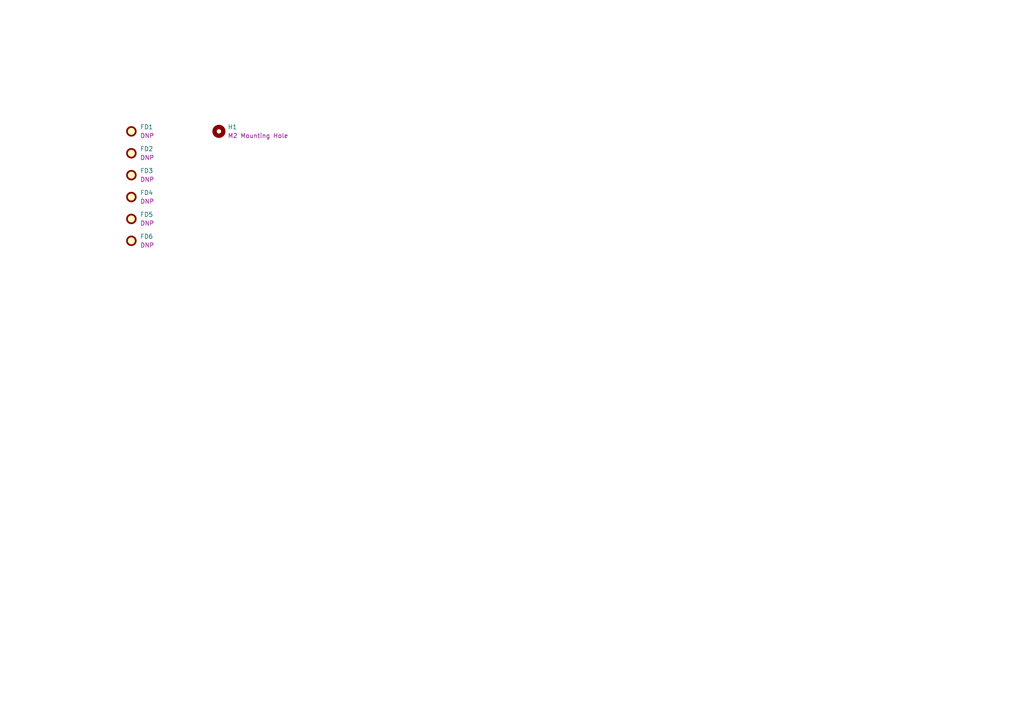
<source format=kicad_sch>
(kicad_sch (version 20211123) (generator eeschema)
  (paper "A4")
  (title_block (title "Gear Display Board") (date "2022-08-07") (rev "1.0") (company "Kallio Designs Oy") (comment 1 "Teemu Latonen") (comment 2 "ASSEMBLY_PN") (comment 3 "PCB_PN"))
  (lib_symbols
    (symbol "KD_Mechanical:Fiducial_0.5mm" (pin_numbers hide) (pin_names hide)
      (property "Reference" "FD" (at 2.54 1.27 0))
      (property "Code" "DNP" (at 2.54 -1.27 0))
      (symbol "Fiducial_0.5mm_0_1"
        (circle (center 0 0) (radius 1.27) (stroke (width 0.508)) (fill (type background)))
      )
    )
    (symbol "KD_Mechanical_Mounting_Hole:M2_NPTH_2.2_Minimal"
      (property "Reference" "H?" (at 2.54 1.27 0))
      (property "Code" "M2 Mounting Hole" (at 2.54 -1.27 0))
      (symbol "M2_NPTH_2.2_Minimal_0_1"
        (circle (center 0 0) (radius 1.27) (stroke (width 1.27)))
      )
    )
  )
  (symbol (lib_id "KD_Mechanical:Fiducial_0.5mm") (at 38.1 44.45 0) (unit 1)
    (property "Reference" "FD2" (at 40.64 43.1799 0) (effects (justify left)))
    (property "Value" "Fiducial_0.5mm" (effects hide))
    (property "Footprint" "KD_Mechanical:Fiducial_0.5mm_Mask1mm" (effects hide))
    (property "Code" "DNP" (at 40.64 45.7199 0) (effects (justify left)))
    (property "Manufacturer" "DNP" (effects hide))
    (property "MFG_PartNo" "DNP" (effects hide))
    (property "Supplier" "DNP" (effects hide))
    (property "Supplier_PartNo" "DNP" (effects hide))
    (property "DNP" "T" (effects hide))
    (property "Price" "0.00" (effects hide))
  )
  (symbol (lib_id "KD_Mechanical:Fiducial_0.5mm") (at 38.1 57.15 0) (unit 1)
    (property "Reference" "FD4" (at 40.64 55.8799 0) (effects (justify left)))
    (property "Value" "Fiducial_0.5mm" (effects hide))
    (property "Footprint" "KD_Mechanical:Fiducial_0.5mm_Mask1mm" (effects hide))
    (property "Code" "DNP" (at 40.64 58.4199 0) (effects (justify left)))
    (property "Manufacturer" "DNP" (effects hide))
    (property "MFG_PartNo" "DNP" (effects hide))
    (property "Supplier" "DNP" (effects hide))
    (property "Supplier_PartNo" "DNP" (effects hide))
    (property "DNP" "T" (effects hide))
    (property "Price" "0.00" (effects hide))
  )
  (symbol (lib_id "KD_Mechanical:Fiducial_0.5mm") (at 38.1 50.8 0) (unit 1)
    (property "Reference" "FD3" (at 40.64 49.5299 0) (effects (justify left)))
    (property "Value" "Fiducial_0.5mm" (effects hide))
    (property "Footprint" "KD_Mechanical:Fiducial_0.5mm_Mask1mm" (effects hide))
    (property "Code" "DNP" (at 40.64 52.0699 0) (effects (justify left)))
    (property "Manufacturer" "DNP" (effects hide))
    (property "MFG_PartNo" "DNP" (effects hide))
    (property "Supplier" "DNP" (effects hide))
    (property "Supplier_PartNo" "DNP" (effects hide))
    (property "DNP" "T" (effects hide))
    (property "Price" "0.00" (effects hide))
  )
  (symbol (lib_id "KD_Mechanical_Mounting_Hole:M2_NPTH_2.2_Minimal") (at 63.5 38.1 0) (unit 1)
    (property "Reference" "H1" (at 66.04 36.8299 0) (effects (justify left)))
    (property "Value" "M2_NPTH_2.2_Minimal" (effects hide))
    (property "Footprint" "KD_Mechanical_Mounting_Hole:MountingHole_2.2mm_NPTH" (effects hide))
    (property "Code" "M2 Mounting Hole" (at 66.04 39.3699 0) (effects (justify left)))
    (property "Manufacturer" "DNP" (effects hide))
    (property "MFG_PartNo" "DNP" (effects hide))
    (property "Supplier" "DNP" (effects hide))
    (property "Supplier_PartNo" "DNP" (effects hide))
    (property "DNP" "T" (effects hide))
    (property "Price" "0.00" (effects hide))
  )
  (symbol (lib_id "KD_Mechanical:Fiducial_0.5mm") (at 38.1 69.85 0) (unit 1)
    (property "Reference" "FD6" (at 40.64 68.5799 0) (effects (justify left)))
    (property "Value" "Fiducial_0.5mm" (effects hide))
    (property "Footprint" "KD_Mechanical:Fiducial_0.5mm_Mask1mm" (effects hide))
    (property "Code" "DNP" (at 40.64 71.1199 0) (effects (justify left)))
    (property "Manufacturer" "DNP" (effects hide))
    (property "MFG_PartNo" "DNP" (effects hide))
    (property "Supplier" "DNP" (effects hide))
    (property "Supplier_PartNo" "DNP" (effects hide))
    (property "DNP" "T" (effects hide))
    (property "Price" "0.00" (effects hide))
  )
  (symbol (lib_id "KD_Mechanical:Fiducial_0.5mm") (at 38.1 38.1 0) (unit 1)
    (property "Reference" "FD1" (at 40.64 36.8299 0) (effects (justify left)))
    (property "Value" "Fiducial_0.5mm" (effects hide))
    (property "Footprint" "KD_Mechanical:Fiducial_0.5mm_Mask1mm" (effects hide))
    (property "Code" "DNP" (at 40.64 39.3699 0) (effects (justify left)))
    (property "Manufacturer" "DNP" (effects hide))
    (property "MFG_PartNo" "DNP" (effects hide))
    (property "Supplier" "DNP" (effects hide))
    (property "Supplier_PartNo" "DNP" (effects hide))
    (property "DNP" "T" (effects hide))
    (property "Price" "0.00" (effects hide))
  )
  (symbol (lib_id "KD_Mechanical:Fiducial_0.5mm") (at 38.1 63.5 0) (unit 1)
    (property "Reference" "FD5" (at 40.64 62.2299 0) (effects (justify left)))
    (property "Value" "Fiducial_0.5mm" (effects hide))
    (property "Footprint" "KD_Mechanical:Fiducial_0.5mm_Mask1mm" (effects hide))
    (property "Code" "DNP" (at 40.64 64.7699 0) (effects (justify left)))
    (property "Manufacturer" "DNP" (effects hide))
    (property "MFG_PartNo" "DNP" (effects hide))
    (property "Supplier" "DNP" (effects hide))
    (property "Supplier_PartNo" "DNP" (effects hide))
    (property "DNP" "T" (effects hide))
    (property "Price" "0.00" (effects hide))
  )
)
</source>
